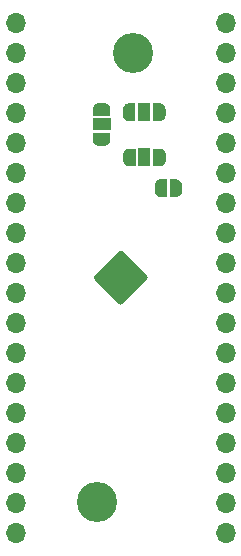
<source format=gbs>
G04 #@! TF.GenerationSoftware,KiCad,Pcbnew,(5.1.10)-1*
G04 #@! TF.CreationDate,2021-11-30T10:17:24+10:00*
G04 #@! TF.ProjectId,IS31FL3743x_Breakout,49533331-464c-4333-9734-33785f427265,rev?*
G04 #@! TF.SameCoordinates,Original*
G04 #@! TF.FileFunction,Soldermask,Bot*
G04 #@! TF.FilePolarity,Negative*
%FSLAX46Y46*%
G04 Gerber Fmt 4.6, Leading zero omitted, Abs format (unit mm)*
G04 Created by KiCad (PCBNEW (5.1.10)-1) date 2021-11-30 10:17:24*
%MOMM*%
%LPD*%
G01*
G04 APERTURE LIST*
%ADD10R,1.000000X1.500000*%
%ADD11C,0.100000*%
%ADD12C,3.400000*%
%ADD13O,1.700000X1.700000*%
%ADD14R,1.500000X1.000000*%
G04 APERTURE END LIST*
D10*
X101990000Y-85980000D03*
D11*
G36*
X100690000Y-86729398D02*
G01*
X100665466Y-86729398D01*
X100616635Y-86724588D01*
X100568510Y-86715016D01*
X100521555Y-86700772D01*
X100476222Y-86681995D01*
X100432949Y-86658864D01*
X100392150Y-86631604D01*
X100354221Y-86600476D01*
X100319524Y-86565779D01*
X100288396Y-86527850D01*
X100261136Y-86487051D01*
X100238005Y-86443778D01*
X100219228Y-86398445D01*
X100204984Y-86351490D01*
X100195412Y-86303365D01*
X100190602Y-86254534D01*
X100190602Y-86230000D01*
X100190000Y-86230000D01*
X100190000Y-85730000D01*
X100190602Y-85730000D01*
X100190602Y-85705466D01*
X100195412Y-85656635D01*
X100204984Y-85608510D01*
X100219228Y-85561555D01*
X100238005Y-85516222D01*
X100261136Y-85472949D01*
X100288396Y-85432150D01*
X100319524Y-85394221D01*
X100354221Y-85359524D01*
X100392150Y-85328396D01*
X100432949Y-85301136D01*
X100476222Y-85278005D01*
X100521555Y-85259228D01*
X100568510Y-85244984D01*
X100616635Y-85235412D01*
X100665466Y-85230602D01*
X100690000Y-85230602D01*
X100690000Y-85230000D01*
X101240000Y-85230000D01*
X101240000Y-86730000D01*
X100690000Y-86730000D01*
X100690000Y-86729398D01*
G37*
G36*
X102740000Y-85230000D02*
G01*
X103290000Y-85230000D01*
X103290000Y-85230602D01*
X103314534Y-85230602D01*
X103363365Y-85235412D01*
X103411490Y-85244984D01*
X103458445Y-85259228D01*
X103503778Y-85278005D01*
X103547051Y-85301136D01*
X103587850Y-85328396D01*
X103625779Y-85359524D01*
X103660476Y-85394221D01*
X103691604Y-85432150D01*
X103718864Y-85472949D01*
X103741995Y-85516222D01*
X103760772Y-85561555D01*
X103775016Y-85608510D01*
X103784588Y-85656635D01*
X103789398Y-85705466D01*
X103789398Y-85730000D01*
X103790000Y-85730000D01*
X103790000Y-86230000D01*
X103789398Y-86230000D01*
X103789398Y-86254534D01*
X103784588Y-86303365D01*
X103775016Y-86351490D01*
X103760772Y-86398445D01*
X103741995Y-86443778D01*
X103718864Y-86487051D01*
X103691604Y-86527850D01*
X103660476Y-86565779D01*
X103625779Y-86600476D01*
X103587850Y-86631604D01*
X103547051Y-86658864D01*
X103503778Y-86681995D01*
X103458445Y-86700772D01*
X103411490Y-86715016D01*
X103363365Y-86724588D01*
X103314534Y-86729398D01*
X103290000Y-86729398D01*
X103290000Y-86730000D01*
X102740000Y-86730000D01*
X102740000Y-85230000D01*
G37*
D12*
X98000000Y-119000000D03*
X101000000Y-81000000D03*
D13*
X108890000Y-121590000D03*
X108890000Y-119050000D03*
X108890000Y-116510000D03*
X108890000Y-113970000D03*
X108890000Y-111430000D03*
X108890000Y-108890000D03*
X108890000Y-106350000D03*
X108890000Y-103810000D03*
X108890000Y-101270000D03*
X108890000Y-98730000D03*
X108890000Y-96190000D03*
X108890000Y-93650000D03*
X108890000Y-91110000D03*
X108890000Y-88570000D03*
X108890000Y-86030000D03*
X108890000Y-83490000D03*
X108890000Y-80950000D03*
X108890000Y-78410000D03*
X91110000Y-121590000D03*
X91110000Y-119050000D03*
X91110000Y-116510000D03*
X91110000Y-113970000D03*
X91110000Y-111430000D03*
X91110000Y-108890000D03*
X91110000Y-106350000D03*
X91110000Y-103810000D03*
X91110000Y-101270000D03*
X91110000Y-98730000D03*
X91110000Y-96190000D03*
X91110000Y-93650000D03*
X91110000Y-91110000D03*
X91110000Y-88570000D03*
X91110000Y-86030000D03*
X91110000Y-83490000D03*
X91110000Y-80950000D03*
X91110000Y-78410000D03*
G36*
G01*
X99788434Y-102192596D02*
X97807404Y-100211566D01*
G75*
G02*
X97807404Y-99788434I211566J211566D01*
G01*
X99788434Y-97807404D01*
G75*
G02*
X100211566Y-97807404I211566J-211566D01*
G01*
X102192596Y-99788434D01*
G75*
G02*
X102192596Y-100211566I-211566J-211566D01*
G01*
X100211566Y-102192596D01*
G75*
G02*
X99788434Y-102192596I-211566J211566D01*
G01*
G37*
D11*
G36*
X103870000Y-93160000D02*
G01*
X103370000Y-93160000D01*
X103370000Y-93159398D01*
X103345466Y-93159398D01*
X103296635Y-93154588D01*
X103248510Y-93145016D01*
X103201555Y-93130772D01*
X103156222Y-93111995D01*
X103112949Y-93088864D01*
X103072150Y-93061604D01*
X103034221Y-93030476D01*
X102999524Y-92995779D01*
X102968396Y-92957850D01*
X102941136Y-92917051D01*
X102918005Y-92873778D01*
X102899228Y-92828445D01*
X102884984Y-92781490D01*
X102875412Y-92733365D01*
X102870602Y-92684534D01*
X102870602Y-92660000D01*
X102870000Y-92660000D01*
X102870000Y-92160000D01*
X102870602Y-92160000D01*
X102870602Y-92135466D01*
X102875412Y-92086635D01*
X102884984Y-92038510D01*
X102899228Y-91991555D01*
X102918005Y-91946222D01*
X102941136Y-91902949D01*
X102968396Y-91862150D01*
X102999524Y-91824221D01*
X103034221Y-91789524D01*
X103072150Y-91758396D01*
X103112949Y-91731136D01*
X103156222Y-91708005D01*
X103201555Y-91689228D01*
X103248510Y-91674984D01*
X103296635Y-91665412D01*
X103345466Y-91660602D01*
X103370000Y-91660602D01*
X103370000Y-91660000D01*
X103870000Y-91660000D01*
X103870000Y-93160000D01*
G37*
G36*
X104670000Y-91660602D02*
G01*
X104694534Y-91660602D01*
X104743365Y-91665412D01*
X104791490Y-91674984D01*
X104838445Y-91689228D01*
X104883778Y-91708005D01*
X104927051Y-91731136D01*
X104967850Y-91758396D01*
X105005779Y-91789524D01*
X105040476Y-91824221D01*
X105071604Y-91862150D01*
X105098864Y-91902949D01*
X105121995Y-91946222D01*
X105140772Y-91991555D01*
X105155016Y-92038510D01*
X105164588Y-92086635D01*
X105169398Y-92135466D01*
X105169398Y-92160000D01*
X105170000Y-92160000D01*
X105170000Y-92660000D01*
X105169398Y-92660000D01*
X105169398Y-92684534D01*
X105164588Y-92733365D01*
X105155016Y-92781490D01*
X105140772Y-92828445D01*
X105121995Y-92873778D01*
X105098864Y-92917051D01*
X105071604Y-92957850D01*
X105040476Y-92995779D01*
X105005779Y-93030476D01*
X104967850Y-93061604D01*
X104927051Y-93088864D01*
X104883778Y-93111995D01*
X104838445Y-93130772D01*
X104791490Y-93145016D01*
X104743365Y-93154588D01*
X104694534Y-93159398D01*
X104670000Y-93159398D01*
X104670000Y-93160000D01*
X104170000Y-93160000D01*
X104170000Y-91660000D01*
X104670000Y-91660000D01*
X104670000Y-91660602D01*
G37*
G36*
X102750000Y-89070000D02*
G01*
X103300000Y-89070000D01*
X103300000Y-89070602D01*
X103324534Y-89070602D01*
X103373365Y-89075412D01*
X103421490Y-89084984D01*
X103468445Y-89099228D01*
X103513778Y-89118005D01*
X103557051Y-89141136D01*
X103597850Y-89168396D01*
X103635779Y-89199524D01*
X103670476Y-89234221D01*
X103701604Y-89272150D01*
X103728864Y-89312949D01*
X103751995Y-89356222D01*
X103770772Y-89401555D01*
X103785016Y-89448510D01*
X103794588Y-89496635D01*
X103799398Y-89545466D01*
X103799398Y-89570000D01*
X103800000Y-89570000D01*
X103800000Y-90070000D01*
X103799398Y-90070000D01*
X103799398Y-90094534D01*
X103794588Y-90143365D01*
X103785016Y-90191490D01*
X103770772Y-90238445D01*
X103751995Y-90283778D01*
X103728864Y-90327051D01*
X103701604Y-90367850D01*
X103670476Y-90405779D01*
X103635779Y-90440476D01*
X103597850Y-90471604D01*
X103557051Y-90498864D01*
X103513778Y-90521995D01*
X103468445Y-90540772D01*
X103421490Y-90555016D01*
X103373365Y-90564588D01*
X103324534Y-90569398D01*
X103300000Y-90569398D01*
X103300000Y-90570000D01*
X102750000Y-90570000D01*
X102750000Y-89070000D01*
G37*
D10*
X102000000Y-89820000D03*
D11*
G36*
X100700000Y-90569398D02*
G01*
X100675466Y-90569398D01*
X100626635Y-90564588D01*
X100578510Y-90555016D01*
X100531555Y-90540772D01*
X100486222Y-90521995D01*
X100442949Y-90498864D01*
X100402150Y-90471604D01*
X100364221Y-90440476D01*
X100329524Y-90405779D01*
X100298396Y-90367850D01*
X100271136Y-90327051D01*
X100248005Y-90283778D01*
X100229228Y-90238445D01*
X100214984Y-90191490D01*
X100205412Y-90143365D01*
X100200602Y-90094534D01*
X100200602Y-90070000D01*
X100200000Y-90070000D01*
X100200000Y-89570000D01*
X100200602Y-89570000D01*
X100200602Y-89545466D01*
X100205412Y-89496635D01*
X100214984Y-89448510D01*
X100229228Y-89401555D01*
X100248005Y-89356222D01*
X100271136Y-89312949D01*
X100298396Y-89272150D01*
X100329524Y-89234221D01*
X100364221Y-89199524D01*
X100402150Y-89168396D01*
X100442949Y-89141136D01*
X100486222Y-89118005D01*
X100531555Y-89099228D01*
X100578510Y-89084984D01*
X100626635Y-89075412D01*
X100675466Y-89070602D01*
X100700000Y-89070602D01*
X100700000Y-89070000D01*
X101250000Y-89070000D01*
X101250000Y-90570000D01*
X100700000Y-90570000D01*
X100700000Y-90569398D01*
G37*
G36*
X97620000Y-86270000D02*
G01*
X97620000Y-85720000D01*
X97620602Y-85720000D01*
X97620602Y-85695466D01*
X97625412Y-85646635D01*
X97634984Y-85598510D01*
X97649228Y-85551555D01*
X97668005Y-85506222D01*
X97691136Y-85462949D01*
X97718396Y-85422150D01*
X97749524Y-85384221D01*
X97784221Y-85349524D01*
X97822150Y-85318396D01*
X97862949Y-85291136D01*
X97906222Y-85268005D01*
X97951555Y-85249228D01*
X97998510Y-85234984D01*
X98046635Y-85225412D01*
X98095466Y-85220602D01*
X98120000Y-85220602D01*
X98120000Y-85220000D01*
X98620000Y-85220000D01*
X98620000Y-85220602D01*
X98644534Y-85220602D01*
X98693365Y-85225412D01*
X98741490Y-85234984D01*
X98788445Y-85249228D01*
X98833778Y-85268005D01*
X98877051Y-85291136D01*
X98917850Y-85318396D01*
X98955779Y-85349524D01*
X98990476Y-85384221D01*
X99021604Y-85422150D01*
X99048864Y-85462949D01*
X99071995Y-85506222D01*
X99090772Y-85551555D01*
X99105016Y-85598510D01*
X99114588Y-85646635D01*
X99119398Y-85695466D01*
X99119398Y-85720000D01*
X99120000Y-85720000D01*
X99120000Y-86270000D01*
X97620000Y-86270000D01*
G37*
D14*
X98370000Y-87020000D03*
D11*
G36*
X99119398Y-88320000D02*
G01*
X99119398Y-88344534D01*
X99114588Y-88393365D01*
X99105016Y-88441490D01*
X99090772Y-88488445D01*
X99071995Y-88533778D01*
X99048864Y-88577051D01*
X99021604Y-88617850D01*
X98990476Y-88655779D01*
X98955779Y-88690476D01*
X98917850Y-88721604D01*
X98877051Y-88748864D01*
X98833778Y-88771995D01*
X98788445Y-88790772D01*
X98741490Y-88805016D01*
X98693365Y-88814588D01*
X98644534Y-88819398D01*
X98620000Y-88819398D01*
X98620000Y-88820000D01*
X98120000Y-88820000D01*
X98120000Y-88819398D01*
X98095466Y-88819398D01*
X98046635Y-88814588D01*
X97998510Y-88805016D01*
X97951555Y-88790772D01*
X97906222Y-88771995D01*
X97862949Y-88748864D01*
X97822150Y-88721604D01*
X97784221Y-88690476D01*
X97749524Y-88655779D01*
X97718396Y-88617850D01*
X97691136Y-88577051D01*
X97668005Y-88533778D01*
X97649228Y-88488445D01*
X97634984Y-88441490D01*
X97625412Y-88393365D01*
X97620602Y-88344534D01*
X97620602Y-88320000D01*
X97620000Y-88320000D01*
X97620000Y-87770000D01*
X99120000Y-87770000D01*
X99120000Y-88320000D01*
X99119398Y-88320000D01*
G37*
M02*

</source>
